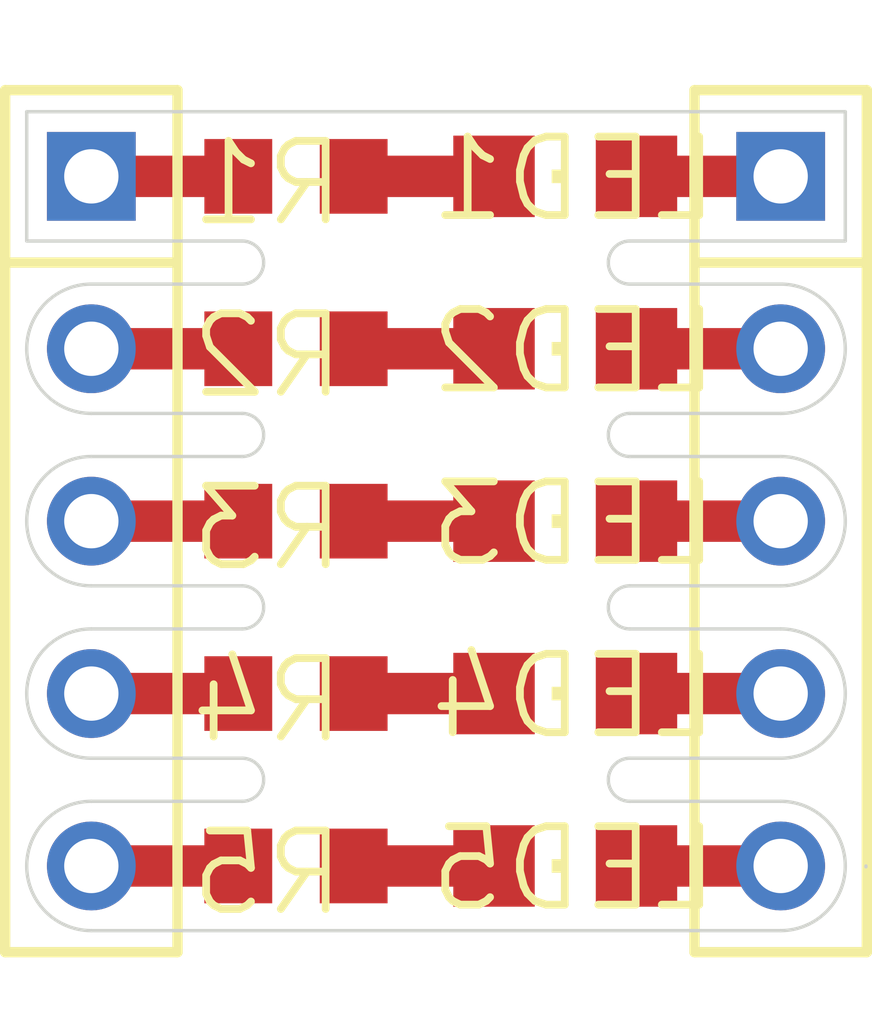
<source format=kicad_pcb>
(kicad_pcb (version 20241229) (generator "pcbnew") (generator_version "9.0")
  (layers (0 "F.Cu" signal) (2 "B.Cu" signal) (13 "F.Paste" user) (15 "B.Paste" user) (5 "F.SilkS" user "F.Silkscreen") (7 "B.SilkS" user "B.Silkscreen") (1 "F.Mask" user) (3 "B.Mask" user) (25 "Edge.Cuts" user))
  (net 0 "")
  (net 1 "N$2")
  (net 2 "IN")
  (net 3 "OUT")
  (net 4 "N$1")
  (net 5 "IN1")
  (net 6 "OUT1")
  (net 7 "N$3")
  (net 8 "IN2")
  (net 9 "OUT2")
  (net 10 "N$4")
  (net 11 "IN3")
  (net 12 "OUT3")
  (net 13 "N$5")
  (net 14 "IN4")
  (net 15 "OUT4")
  (footprint "multiple_LED:dummyfp5" (layer "F.Cu") (at 148.3486 103.7336)
    (property "Reference" "UNK_HOLE_5" (hide yes))
    (property "Value" "")
    (pad "" np_thru_hole circle (at 0 0) (size 0.6 0.6) (drill 0.6) (layers "*.Cu" "*.Mask"))
  )
  (footprint "multiple_LED:LED-805" (layer "F.Cu") (at 150.2536 110.0836 90)
    (property "Reference" "LED5" (at 0.635 -2.06375 0) (layer "F.SilkS") (effects (font (size 1.1557 1.1557) (thickness 0.1143)) (justify right top mirror)))
    (property "Value" "")
    (fp_poly (pts (xy -0.1 0) (xy 0.1 0) (xy 0.1 -0.2) (xy -0.1 -0.2)) (fill yes) (layer "F.SilkS"))
    (pad "A" smd rect (at 0 1.05 90) (size 1.2 1.2) (layers "F.Cu" "F.Mask" "F.Paste") (net 14 "IN4"))
    (pad "C" smd rect (at 0 -1.05 90) (size 1.2 1.2) (layers "F.Cu" "F.Mask" "F.Paste") (net 13 "N$5"))
  )
  (footprint "multiple_LED:dummyfp15" (layer "F.Cu") (at 148.3486 108.8136)
    (property "Reference" "UNK_HOLE_15" (hide yes))
    (property "Value" "")
    (pad "" np_thru_hole circle (at 0 0) (size 0.6 0.6) (drill 0.6) (layers "*.Cu" "*.Mask"))
  )
  (footprint "multiple_LED:R603" (layer "F.Cu") (at 146.28485 102.4636)
    (property "Reference" "R2" (at -1.61925 -0.5715 0) (layer "F.SilkS") (effects (font (size 1.1557 1.1557) (thickness 0.1143)) (justify right top mirror)))
    (property "Value" "")
    (pad "1" smd rect (at -0.85 0) (size 1 1.1) (layers "F.Cu" "F.Mask" "F.Paste") (net 6 "OUT1"))
    (pad "2" smd rect (at 0.85 0) (size 1 1.1) (layers "F.Cu" "F.Mask" "F.Paste") (net 4 "N$1"))
  )
  (footprint "multiple_LED:dummyfp7" (layer "F.Cu") (at 149.3011 103.7336)
    (property "Reference" "UNK_HOLE_7" (hide yes))
    (property "Value" "")
    (pad "" np_thru_hole circle (at 0 0) (size 0.6 0.6) (drill 0.6) (layers "*.Cu" "*.Mask"))
  )
  (footprint "multiple_LED:dummyfp12" (layer "F.Cu") (at 149.3011 106.2736)
    (property "Reference" "UNK_HOLE_12" (hide yes))
    (property "Value" "")
    (pad "" np_thru_hole circle (at 0 0) (size 0.6 0.6) (drill 0.6) (layers "*.Cu" "*.Mask"))
  )
  (footprint "multiple_LED:dummyfp2" (layer "F.Cu") (at 149.3011 101.1936)
    (property "Reference" "UNK_HOLE_2" (hide yes))
    (property "Value" "")
    (pad "" np_thru_hole circle (at 0 0) (size 0.6 0.6) (drill 0.6) (layers "*.Cu" "*.Mask"))
  )
  (footprint "multiple_LED:M1X5" (layer "F.Cu") (at 153.4286 105.0036 -90)
    (property "Reference" "J2" (hide yes))
    (property "Value" "CON_HEADER_1X05-PTH" (hide yes))
    (fp_line (start -6.35 1.27) (end -6.35 -1.27) (stroke (width 0.1524)) (layer "F.SilkS"))
    (fp_line (start -3.81 1.27) (end -6.35 1.27) (stroke (width 0.1524)) (layer "F.SilkS"))
    (fp_line (start -3.81 1.27) (end -3.81 -1.27) (stroke (width 0.1524)) (layer "F.SilkS"))
    (fp_line (start 6.35 1.27) (end -3.81 1.27) (stroke (width 0.1524)) (layer "F.SilkS"))
    (fp_line (start -6.35 -1.27) (end -3.81 -1.27) (stroke (width 0.1524)) (layer "F.SilkS"))
    (fp_line (start -3.81 -1.27) (end 6.35 -1.27) (stroke (width 0.1524)) (layer "F.SilkS"))
    (fp_line (start 6.35 -1.27) (end 6.35 1.27) (stroke (width 0.1524)) (layer "F.SilkS"))
    (pad "1" thru_hole rect (at -5.08 0 270) (size 1.308 1.308) (drill 0.8) (layers "*.Cu" "*.Mask") (net 2 "IN"))
    (pad "2" thru_hole circle (at -2.54 0 270) (size 1.308 1.308) (drill 0.8) (layers "*.Cu" "*.Mask") (net 5 "IN1"))
    (pad "3" thru_hole circle (at 0 0 270) (size 1.308 1.308) (drill 0.8) (layers "*.Cu" "*.Mask") (net 8 "IN2"))
    (pad "4" thru_hole circle (at 2.54 0 270) (size 1.308 1.308) (drill 0.8) (layers "*.Cu" "*.Mask") (net 11 "IN3"))
    (pad "5" thru_hole circle (at 5.08 0 270) (size 1.308 1.308) (drill 0.8) (layers "*.Cu" "*.Mask") (net 14 "IN4"))
  )
  (footprint "multiple_LED:dummyfp16" (layer "F.Cu") (at 147.3961 108.8136)
    (property "Reference" "UNK_HOLE_16" (hide yes))
    (property "Value" "")
    (pad "" np_thru_hole circle (at 0 0) (size 0.6 0.6) (drill 0.6) (layers "*.Cu" "*.Mask"))
  )
  (footprint "multiple_LED:LED-805" (layer "F.Cu") (at 150.2536 107.5436 90)
    (property "Reference" "LED4" (at 0.635 -2.06375 0) (layer "F.SilkS") (effects (font (size 1.1557 1.1557) (thickness 0.1143)) (justify right top mirror)))
    (property "Value" "")
    (fp_poly (pts (xy -0.1 0) (xy 0.1 0) (xy 0.1 -0.2) (xy -0.1 -0.2)) (fill yes) (layer "F.SilkS"))
    (pad "A" smd rect (at 0 1.05 90) (size 1.2 1.2) (layers "F.Cu" "F.Mask" "F.Paste") (net 11 "IN3"))
    (pad "C" smd rect (at 0 -1.05 90) (size 1.2 1.2) (layers "F.Cu" "F.Mask" "F.Paste") (net 10 "N$4"))
  )
  (footprint "multiple_LED:dummyfp10" (layer "F.Cu") (at 148.3486 106.2736)
    (property "Reference" "UNK_HOLE_10" (hide yes))
    (property "Value" "")
    (pad "" np_thru_hole circle (at 0 0) (size 0.6 0.6) (drill 0.6) (layers "*.Cu" "*.Mask"))
  )
  (footprint "multiple_LED:dummyfp17" (layer "F.Cu") (at 149.3011 108.8136)
    (property "Reference" "UNK_HOLE_17" (hide yes))
    (property "Value" "")
    (pad "" np_thru_hole circle (at 0 0) (size 0.6 0.6) (drill 0.6) (layers "*.Cu" "*.Mask"))
  )
  (footprint "multiple_LED:dummyfp9" (layer "F.Cu") (at 146.4436 103.7336)
    (property "Reference" "UNK_HOLE_9" (hide yes))
    (property "Value" "")
    (pad "" np_thru_hole circle (at 0 0) (size 0.6 0.6) (drill 0.6) (layers "*.Cu" "*.Mask"))
  )
  (footprint "multiple_LED:dummyfp6" (layer "F.Cu") (at 147.3961 103.7336)
    (property "Reference" "UNK_HOLE_6" (hide yes))
    (property "Value" "")
    (pad "" np_thru_hole circle (at 0 0) (size 0.6 0.6) (drill 0.6) (layers "*.Cu" "*.Mask"))
  )
  (footprint "multiple_LED:dummyfp1" (layer "F.Cu") (at 147.3961 101.1936)
    (property "Reference" "UNK_HOLE_1" (hide yes))
    (property "Value" "")
    (pad "" np_thru_hole circle (at 0 0) (size 0.6 0.6) (drill 0.6) (layers "*.Cu" "*.Mask"))
  )
  (footprint "multiple_LED:R603" (layer "F.Cu") (at 146.28485 110.0836)
    (property "Reference" "R5" (at -1.61925 -0.5715 0) (layer "F.SilkS") (effects (font (size 1.1557 1.1557) (thickness 0.1143)) (justify right top mirror)))
    (property "Value" "")
    (pad "1" smd rect (at -0.85 0) (size 1 1.1) (layers "F.Cu" "F.Mask" "F.Paste") (net 15 "OUT4"))
    (pad "2" smd rect (at 0.85 0) (size 1 1.1) (layers "F.Cu" "F.Mask" "F.Paste") (net 13 "N$5"))
  )
  (footprint "multiple_LED:LED-805" (layer "F.Cu") (at 150.2536 99.9236 90)
    (property "Reference" "LED1" (at 0.635 -2.06375 0) (layer "F.SilkS") (effects (font (size 1.1557 1.1557) (thickness 0.1143)) (justify right top mirror)))
    (property "Value" "")
    (fp_poly (pts (xy -0.1 0) (xy 0.1 0) (xy 0.1 -0.2) (xy -0.1 -0.2)) (fill yes) (layer "F.SilkS"))
    (pad "A" smd rect (at 0 1.05 90) (size 1.2 1.2) (layers "F.Cu" "F.Mask" "F.Paste") (net 2 "IN"))
    (pad "C" smd rect (at 0 -1.05 90) (size 1.2 1.2) (layers "F.Cu" "F.Mask" "F.Paste") (net 1 "N$2"))
  )
  (footprint "multiple_LED:LED-805" (layer "F.Cu") (at 150.2536 105.0036 90)
    (property "Reference" "LED3" (at 0.635 -2.06375 0) (layer "F.SilkS") (effects (font (size 1.1557 1.1557) (thickness 0.1143)) (justify right top mirror)))
    (property "Value" "")
    (fp_poly (pts (xy -0.1 0) (xy 0.1 0) (xy 0.1 -0.2) (xy -0.1 -0.2)) (fill yes) (layer "F.SilkS"))
    (pad "A" smd rect (at 0 1.05 90) (size 1.2 1.2) (layers "F.Cu" "F.Mask" "F.Paste") (net 8 "IN2"))
    (pad "C" smd rect (at 0 -1.05 90) (size 1.2 1.2) (layers "F.Cu" "F.Mask" "F.Paste") (net 7 "N$3"))
  )
  (footprint "multiple_LED:dummyfp4" (layer "F.Cu") (at 146.4436 101.1936)
    (property "Reference" "UNK_HOLE_4" (hide yes))
    (property "Value" "")
    (pad "" np_thru_hole circle (at 0 0) (size 0.6 0.6) (drill 0.6) (layers "*.Cu" "*.Mask"))
  )
  (footprint "multiple_LED:R603" (layer "F.Cu") (at 146.28485 107.5436)
    (property "Reference" "R4" (at -1.61925 -0.5715 0) (layer "F.SilkS") (effects (font (size 1.1557 1.1557) (thickness 0.1143)) (justify right top mirror)))
    (property "Value" "")
    (pad "1" smd rect (at -0.85 0) (size 1 1.1) (layers "F.Cu" "F.Mask" "F.Paste") (net 12 "OUT3"))
    (pad "2" smd rect (at 0.85 0) (size 1 1.1) (layers "F.Cu" "F.Mask" "F.Paste") (net 10 "N$4"))
  )
  (footprint "multiple_LED:R603" (layer "F.Cu") (at 146.28485 105.0036)
    (property "Reference" "R3" (at -1.61925 -0.5715 0) (layer "F.SilkS") (effects (font (size 1.1557 1.1557) (thickness 0.1143)) (justify right top mirror)))
    (property "Value" "")
    (pad "1" smd rect (at -0.85 0) (size 1 1.1) (layers "F.Cu" "F.Mask" "F.Paste") (net 9 "OUT2"))
    (pad "2" smd rect (at 0.85 0) (size 1 1.1) (layers "F.Cu" "F.Mask" "F.Paste") (net 7 "N$3"))
  )
  (footprint "multiple_LED:dummyfp13" (layer "F.Cu") (at 150.2536 106.2736)
    (property "Reference" "UNK_HOLE_13" (hide yes))
    (property "Value" "")
    (pad "" np_thru_hole circle (at 0 0) (size 0.6 0.6) (drill 0.6) (layers "*.Cu" "*.Mask"))
  )
  (footprint "multiple_LED:dummyfp18" (layer "F.Cu") (at 150.2536 108.8136)
    (property "Reference" "UNK_HOLE_18" (hide yes))
    (property "Value" "")
    (pad "" np_thru_hole circle (at 0 0) (size 0.6 0.6) (drill 0.6) (layers "*.Cu" "*.Mask"))
  )
  (footprint "multiple_LED:dummyfp0" (layer "F.Cu") (at 148.3486 101.1936)
    (property "Reference" "UNK_HOLE_0" (hide yes))
    (property "Value" "")
    (pad "" np_thru_hole circle (at 0 0) (size 0.6 0.6) (drill 0.6) (layers "*.Cu" "*.Mask"))
  )
  (footprint "multiple_LED:dummyfp8" (layer "F.Cu") (at 150.2536 103.7336)
    (property "Reference" "UNK_HOLE_8" (hide yes))
    (property "Value" "")
    (pad "" np_thru_hole circle (at 0 0) (size 0.6 0.6) (drill 0.6) (layers "*.Cu" "*.Mask"))
  )
  (footprint "multiple_LED:dummyfp11" (layer "F.Cu") (at 147.3961 106.2736)
    (property "Reference" "UNK_HOLE_11" (hide yes))
    (property "Value" "")
    (pad "" np_thru_hole circle (at 0 0) (size 0.6 0.6) (drill 0.6) (layers "*.Cu" "*.Mask"))
  )
  (footprint "multiple_LED:dummyfp19" (layer "F.Cu") (at 146.4436 108.8136)
    (property "Reference" "UNK_HOLE_19" (hide yes))
    (property "Value" "")
    (pad "" np_thru_hole circle (at 0 0) (size 0.6 0.6) (drill 0.6) (layers "*.Cu" "*.Mask"))
  )
  (footprint "multiple_LED:dummyfp3" (layer "F.Cu") (at 150.2536 101.1936)
    (property "Reference" "UNK_HOLE_3" (hide yes))
    (property "Value" "")
    (pad "" np_thru_hole circle (at 0 0) (size 0.6 0.6) (drill 0.6) (layers "*.Cu" "*.Mask"))
  )
  (footprint "multiple_LED:LED-805" (layer "F.Cu") (at 150.2536 102.4636 90)
    (property "Reference" "LED2" (at 0.635 -2.06375 0) (layer "F.SilkS") (effects (font (size 1.1557 1.1557) (thickness 0.1143)) (justify right top mirror)))
    (property "Value" "")
    (fp_poly (pts (xy -0.1 0) (xy 0.1 0) (xy 0.1 -0.2) (xy -0.1 -0.2)) (fill yes) (layer "F.SilkS"))
    (pad "A" smd rect (at 0 1.05 90) (size 1.2 1.2) (layers "F.Cu" "F.Mask" "F.Paste") (net 5 "IN1"))
    (pad "C" smd rect (at 0 -1.05 90) (size 1.2 1.2) (layers "F.Cu" "F.Mask" "F.Paste") (net 4 "N$1"))
  )
  (footprint "multiple_LED:R603" (layer "F.Cu") (at 146.28485 99.9236)
    (property "Reference" "R1" (at -1.61925 -0.5715 0) (layer "F.SilkS") (effects (font (size 1.1557 1.1557) (thickness 0.1143)) (justify right top mirror)))
    (property "Value" "")
    (pad "1" smd rect (at -0.85 0) (size 1 1.1) (layers "F.Cu" "F.Mask" "F.Paste") (net 3 "OUT"))
    (pad "2" smd rect (at 0.85 0) (size 1 1.1) (layers "F.Cu" "F.Mask" "F.Paste") (net 1 "N$2"))
  )
  (footprint "multiple_LED:dummyfp14" (layer "F.Cu") (at 146.4436 106.2736)
    (property "Reference" "UNK_HOLE_14" (hide yes))
    (property "Value" "")
    (pad "" np_thru_hole circle (at 0 0) (size 0.6 0.6) (drill 0.6) (layers "*.Cu" "*.Mask"))
  )
  (footprint "multiple_LED:M1X5" (layer "F.Cu") (at 143.2686 105.0036 -90)
    (property "Reference" "J1" (hide yes))
    (property "Value" "CON_HEADER_1X05-PTH" (hide yes))
    (fp_line (start -6.35 1.27) (end -6.35 -1.27) (stroke (width 0.1524)) (layer "F.SilkS"))
    (fp_line (start -3.81 1.27) (end -6.35 1.27) (stroke (width 0.1524)) (layer "F.SilkS"))
    (fp_line (start -3.81 1.27) (end -3.81 -1.27) (stroke (width 0.1524)) (layer "F.SilkS"))
    (fp_line (start 6.35 1.27) (end -3.81 1.27) (stroke (width 0.1524)) (layer "F.SilkS"))
    (fp_line (start -6.35 -1.27) (end -3.81 -1.27) (stroke (width 0.1524)) (layer "F.SilkS"))
    (fp_line (start -3.81 -1.27) (end 6.35 -1.27) (stroke (width 0.1524)) (layer "F.SilkS"))
    (fp_line (start 6.35 -1.27) (end 6.35 1.27) (stroke (width 0.1524)) (layer "F.SilkS"))
    (pad "1" thru_hole rect (at -5.08 0 270) (size 1.308 1.308) (drill 0.8) (layers "*.Cu" "*.Mask") (net 3 "OUT"))
    (pad "2" thru_hole circle (at -2.54 0 270) (size 1.308 1.308) (drill 0.8) (layers "*.Cu" "*.Mask") (net 6 "OUT1"))
    (pad "3" thru_hole circle (at 0 0 270) (size 1.308 1.308) (drill 0.8) (layers "*.Cu" "*.Mask") (net 9 "OUT2"))
    (pad "4" thru_hole circle (at 2.54 0 270) (size 1.308 1.308) (drill 0.8) (layers "*.Cu" "*.Mask") (net 12 "OUT3"))
    (pad "5" thru_hole circle (at 5.08 0 270) (size 1.308 1.308) (drill 0.8) (layers "*.Cu" "*.Mask") (net 15 "OUT4"))
  )
  (gr_line (start 154.3811 98.9711) (end 142.3161 98.9711) (stroke (width 0.05)) (layer "Edge.Cuts"))
  (gr_arc (start 151.2061 101.5111) (mid 150.8886 101.1936) (end 151.2061 100.8761) (stroke (width 0.05)) (layer "Edge.Cuts"))
  (gr_line (start 151.2061 105.9561) (end 153.4286 105.9561) (stroke (width 0.05)) (layer "Edge.Cuts"))
  (gr_line (start 143.2686 111.0361) (end 153.4286 111.0361) (stroke (width 0.05)) (layer "Edge.Cuts"))
  (gr_line (start 151.2061 108.4961) (end 153.4286 108.4961) (stroke (width 0.05)) (layer "Edge.Cuts"))
  (gr_line (start 154.3811 100.8761) (end 154.3811 98.9711) (stroke (width 0.05)) (layer "Edge.Cuts"))
  (gr_line (start 145.4911 109.1311) (end 143.2686 109.1311) (stroke (width 0.05)) (layer "Edge.Cuts"))
  (gr_arc (start 143.2686 108.4961) (mid 142.3161 107.5436) (end 143.2686 106.5911) (stroke (width 0.05)) (layer "Edge.Cuts"))
  (gr_line (start 153.4286 101.5111) (end 151.2061 101.5111) (stroke (width 0.05)) (layer "Edge.Cuts"))
  (gr_arc (start 143.2686 105.9561) (mid 142.3161 105.0036) (end 143.2686 104.0511) (stroke (width 0.05)) (layer "Edge.Cuts"))
  (gr_line (start 143.2686 103.4161) (end 145.4911 103.4161) (stroke (width 0.05)) (layer "Edge.Cuts"))
  (gr_line (start 151.2061 103.4161) (end 153.4286 103.4161) (stroke (width 0.05)) (layer "Edge.Cuts"))
  (gr_arc (start 153.4286 106.5911) (mid 154.3811 107.5436) (end 153.4286 108.4961) (stroke (width 0.05)) (layer "Edge.Cuts"))
  (gr_line (start 142.3161 100.8761) (end 145.4911 100.8761) (stroke (width 0.05)) (layer "Edge.Cuts"))
  (gr_arc (start 151.2061 106.5911) (mid 150.8886 106.2736) (end 151.2061 105.9561) (stroke (width 0.05)) (layer "Edge.Cuts"))
  (gr_arc (start 145.4911 100.8761) (mid 145.8086 101.1936) (end 145.4911 101.5111) (stroke (width 0.05)) (layer "Edge.Cuts"))
  (gr_arc (start 145.4911 108.4961) (mid 145.8086 108.8136) (end 145.4911 109.1311) (stroke (width 0.05)) (layer "Edge.Cuts"))
  (gr_line (start 142.3161 100.8761) (end 142.3161 98.9711) (stroke (width 0.05)) (layer "Edge.Cuts"))
  (gr_arc (start 151.2061 109.1311) (mid 150.8886 108.8136) (end 151.2061 108.4961) (stroke (width 0.05)) (layer "Edge.Cuts"))
  (gr_line (start 154.6861 110.0961) (end 154.6861 110.08366) (stroke (width 0.05)) (layer "Edge.Cuts"))
  (gr_arc (start 151.2061 104.0511) (mid 150.8886 103.7336) (end 151.2061 103.4161) (stroke (width 0.05)) (layer "Edge.Cuts"))
  (gr_arc (start 153.4286 101.5111) (mid 154.3811 102.4636) (end 153.4286 103.4161) (stroke (width 0.05)) (layer "Edge.Cuts"))
  (gr_line (start 143.2686 108.4961) (end 145.4911 108.4961) (stroke (width 0.05)) (layer "Edge.Cuts"))
  (gr_line (start 143.2686 105.9561) (end 145.4911 105.9561) (stroke (width 0.05)) (layer "Edge.Cuts"))
  (gr_arc (start 143.2686 111.0361) (mid 142.3161 110.0836) (end 143.2686 109.1311) (stroke (width 0.05)) (layer "Edge.Cuts"))
  (gr_line (start 153.4286 104.0511) (end 151.2061 104.0511) (stroke (width 0.05)) (layer "Edge.Cuts"))
  (gr_arc (start 145.4911 103.4161) (mid 145.8086 103.7336) (end 145.4911 104.0511) (stroke (width 0.05)) (layer "Edge.Cuts"))
  (gr_line (start 153.4286 106.5911) (end 151.2061 106.5911) (stroke (width 0.05)) (layer "Edge.Cuts"))
  (gr_arc (start 153.4286 104.0511) (mid 154.3811 105.0036) (end 153.4286 105.9561) (stroke (width 0.05)) (layer "Edge.Cuts"))
  (gr_line (start 145.4911 106.5911) (end 143.2686 106.5911) (stroke (width 0.05)) (layer "Edge.Cuts"))
  (gr_line (start 153.4286 109.1311) (end 151.2061 109.1311) (stroke (width 0.05)) (layer "Edge.Cuts"))
  (gr_line (start 145.4911 104.0511) (end 143.2686 104.0511) (stroke (width 0.05)) (layer "Edge.Cuts"))
  (gr_arc (start 143.2686 103.4161) (mid 142.3161 102.4636) (end 143.2686 101.5111) (stroke (width 0.05)) (layer "Edge.Cuts"))
  (gr_arc (start 145.4911 105.9561) (mid 145.8086 106.2736) (end 145.4911 106.5911) (stroke (width 0.05)) (layer "Edge.Cuts"))
  (gr_line (start 145.4911 101.5111) (end 143.2686 101.5111) (stroke (width 0.05)) (layer "Edge.Cuts"))
  (gr_line (start 151.2061 100.8761) (end 154.3811 100.8761) (stroke (width 0.05)) (layer "Edge.Cuts"))
  (gr_arc (start 153.4286 109.1311) (mid 154.3811 110.0836) (end 153.4286 111.0361) (stroke (width 0.05)) (layer "Edge.Cuts"))
  (segment (start 147.13485 99.9236) (end 149.2036 99.9236) (width 0.6096) (layer "F.Cu") (net 1))
  (segment (start 151.3036 99.9236) (end 153.4286 99.9236) (width 0.6096) (layer "F.Cu") (net 2))
  (segment (start 143.2686 99.9236) (end 145.43485 99.9236) (width 0.6096) (layer "F.Cu") (net 3))
  (segment (start 149.2036 102.4636) (end 147.13485 102.4636) (width 0.6096) (layer "F.Cu") (net 4))
  (segment (start 153.4286 102.4636) (end 151.3036 102.4636) (width 0.6096) (layer "F.Cu") (net 5))
  (segment (start 145.43485 102.4636) (end 143.2686 102.4636) (width 0.6096) (layer "F.Cu") (net 6))
  (segment (start 147.13485 105.0036) (end 149.2036 105.0036) (width 0.6096) (layer "F.Cu") (net 7))
  (segment (start 151.3036 105.0036) (end 153.4286 105.0036) (width 0.6096) (layer "F.Cu") (net 8))
  (segment (start 143.2686 105.0036) (end 145.43485 105.0036) (width 0.6096) (layer "F.Cu") (net 9))
  (segment (start 149.2036 107.5436) (end 147.13485 107.5436) (width 0.6096) (layer "F.Cu") (net 10))
  (segment (start 153.4286 107.5436) (end 151.3036 107.5436) (width 0.6096) (layer "F.Cu") (net 11))
  (segment (start 145.43485 107.5436) (end 143.2686 107.5436) (width 0.6096) (layer "F.Cu") (net 12))
  (segment (start 147.13485 110.0836) (end 149.2036 110.0836) (width 0.6096) (layer "F.Cu") (net 13))
  (segment (start 151.3036 110.0836) (end 153.4286 110.0836) (width 0.6096) (layer "F.Cu") (net 14))
  (segment (start 143.2686 110.0836) (end 145.43485 110.0836) (width 0.6096) (layer "F.Cu") (net 15))
)
</source>
